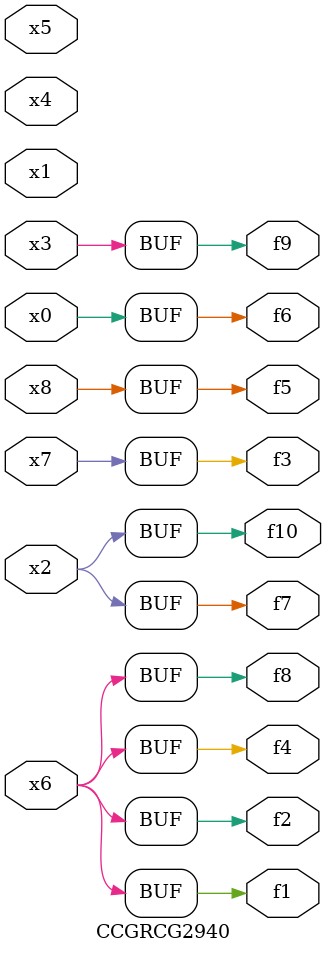
<source format=v>
module CCGRCG2940(
	input x0, x1, x2, x3, x4, x5, x6, x7, x8,
	output f1, f2, f3, f4, f5, f6, f7, f8, f9, f10
);
	assign f1 = x6;
	assign f2 = x6;
	assign f3 = x7;
	assign f4 = x6;
	assign f5 = x8;
	assign f6 = x0;
	assign f7 = x2;
	assign f8 = x6;
	assign f9 = x3;
	assign f10 = x2;
endmodule

</source>
